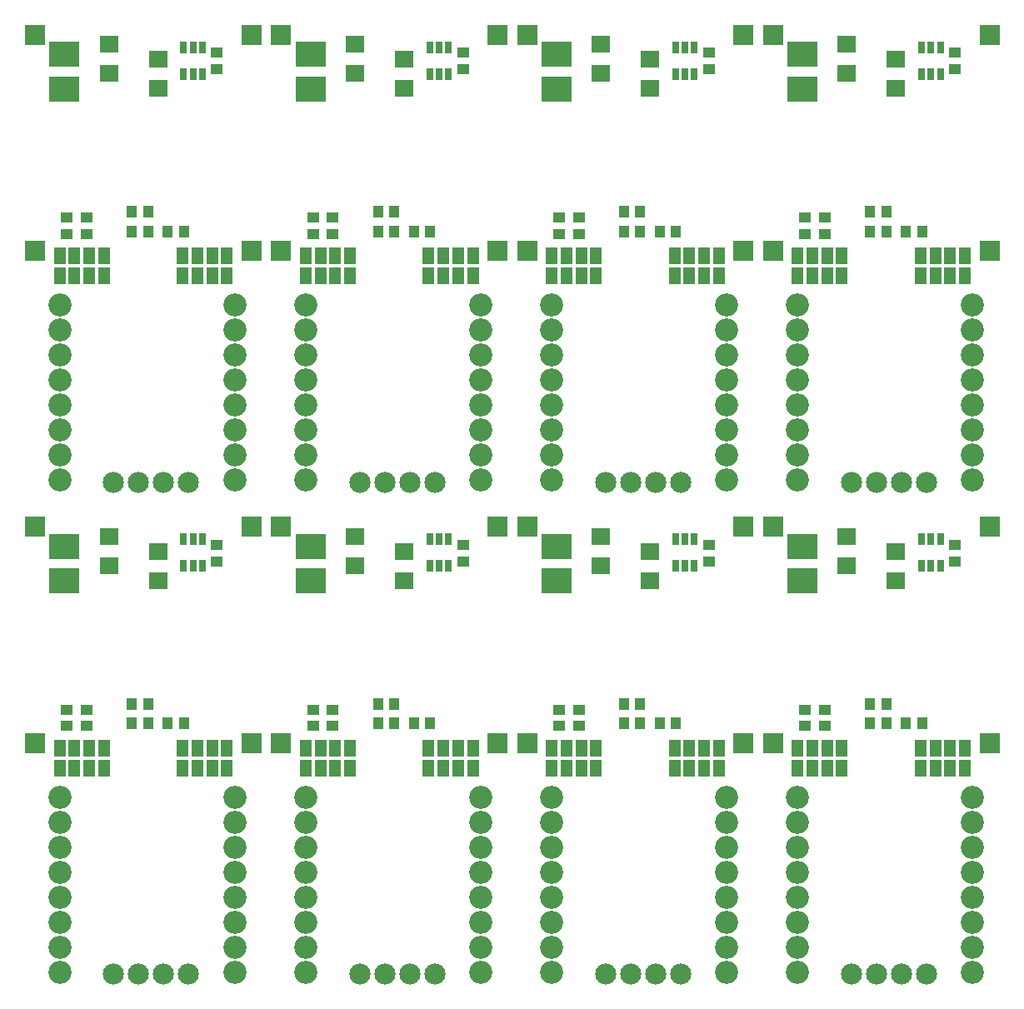
<source format=gbr>
G04 EasyPC Gerber Version 20.0.2 Build 4112 *
%FSLAX35Y35*%
%MOIN*%
%ADD99R,0.02962X0.04832*%
%ADD102R,0.04340X0.04931*%
%ADD92R,0.08474X0.08474*%
%ADD23C,0.08474*%
%ADD100R,0.04931X0.04340*%
%ADD93R,0.04537X0.06506*%
%ADD103R,0.07293X0.07096*%
%ADD94C,0.09261*%
%ADD101R,0.12411X0.10443*%
X0Y0D02*
D02*
D23*
X43513Y19423D03*
Y216274D03*
X53513Y19423D03*
Y216274D03*
X63513Y19423D03*
Y216274D03*
X73513Y19423D03*
Y216274D03*
X141938Y19423D03*
Y216274D03*
X151938Y19423D03*
Y216274D03*
X161938Y19423D03*
Y216274D03*
X171938Y19423D03*
Y216274D03*
X240363Y19423D03*
Y216274D03*
X250363Y19423D03*
Y216274D03*
X260363Y19423D03*
Y216274D03*
X270363Y19423D03*
Y216274D03*
X338788Y19423D03*
Y216274D03*
X348788Y19423D03*
Y216274D03*
X358788Y19423D03*
Y216274D03*
X368788Y19423D03*
Y216274D03*
D02*
D92*
X12017Y111904D03*
Y198518D03*
Y308754D03*
Y395368D03*
X98631Y111904D03*
Y198518D03*
Y308754D03*
Y395368D03*
X110442Y111904D03*
Y198518D03*
Y308754D03*
Y395368D03*
X197056Y111904D03*
Y198518D03*
Y308754D03*
Y395368D03*
X208867Y111904D03*
Y198518D03*
Y308754D03*
Y395368D03*
X295481Y111904D03*
Y198518D03*
Y308754D03*
Y395368D03*
X307292Y111904D03*
Y198518D03*
Y308754D03*
Y395368D03*
X393906Y111904D03*
Y198518D03*
Y308754D03*
Y395368D03*
D02*
D93*
X21859Y102061D03*
Y109935D03*
Y298911D03*
Y306785D03*
X27765Y102061D03*
Y109935D03*
Y298911D03*
Y306785D03*
X33670Y102061D03*
Y109935D03*
Y298911D03*
Y306785D03*
X39576Y102061D03*
Y109935D03*
Y298911D03*
Y306785D03*
X71072Y102061D03*
Y109935D03*
Y298911D03*
Y306785D03*
X76977Y102061D03*
Y109935D03*
Y298911D03*
Y306785D03*
X82883Y102061D03*
Y109935D03*
Y298911D03*
Y306785D03*
X88788Y102061D03*
Y109935D03*
Y298911D03*
Y306785D03*
X120284Y102061D03*
Y109935D03*
Y298911D03*
Y306785D03*
X126190Y102061D03*
Y109935D03*
Y298911D03*
Y306785D03*
X132095Y102061D03*
Y109935D03*
Y298911D03*
Y306785D03*
X138001Y102061D03*
Y109935D03*
Y298911D03*
Y306785D03*
X169497Y102061D03*
Y109935D03*
Y298911D03*
Y306785D03*
X175402Y102061D03*
Y109935D03*
Y298911D03*
Y306785D03*
X181308Y102061D03*
Y109935D03*
Y298911D03*
Y306785D03*
X187213Y102061D03*
Y109935D03*
Y298911D03*
Y306785D03*
X218709Y102061D03*
Y109935D03*
Y298911D03*
Y306785D03*
X224615Y102061D03*
Y109935D03*
Y298911D03*
Y306785D03*
X230520Y102061D03*
Y109935D03*
Y298911D03*
Y306785D03*
X236426Y102061D03*
Y109935D03*
Y298911D03*
Y306785D03*
X267922Y102061D03*
Y109935D03*
Y298911D03*
Y306785D03*
X273828Y102061D03*
Y109935D03*
Y298911D03*
Y306785D03*
X279733Y102061D03*
Y109935D03*
Y298911D03*
Y306785D03*
X285639Y102061D03*
Y109935D03*
Y298911D03*
Y306785D03*
X317135Y102061D03*
Y109935D03*
Y298911D03*
Y306785D03*
X323040Y102061D03*
Y109935D03*
Y298911D03*
Y306785D03*
X328946Y102061D03*
Y109935D03*
Y298911D03*
Y306785D03*
X334851Y102061D03*
Y109935D03*
Y298911D03*
Y306785D03*
X366347Y102061D03*
Y109935D03*
Y298911D03*
Y306785D03*
X372253Y102061D03*
Y109935D03*
Y298911D03*
Y306785D03*
X378158Y102061D03*
Y109935D03*
Y298911D03*
Y306785D03*
X384064Y102061D03*
Y109935D03*
Y298911D03*
Y306785D03*
D02*
D94*
X21859Y20250D03*
Y30250D03*
Y40250D03*
Y50250D03*
Y60250D03*
Y70250D03*
Y80250D03*
Y90250D03*
Y217100D03*
Y227100D03*
Y237100D03*
Y247100D03*
Y257100D03*
Y267100D03*
Y277100D03*
Y287100D03*
X91859Y20250D03*
Y30250D03*
Y40250D03*
Y50250D03*
Y60250D03*
Y70250D03*
Y80250D03*
Y90250D03*
Y217100D03*
Y227100D03*
Y237100D03*
Y247100D03*
Y257100D03*
Y267100D03*
Y277100D03*
Y287100D03*
X120284Y20250D03*
Y30250D03*
Y40250D03*
Y50250D03*
Y60250D03*
Y70250D03*
Y80250D03*
Y90250D03*
Y217100D03*
Y227100D03*
Y237100D03*
Y247100D03*
Y257100D03*
Y267100D03*
Y277100D03*
Y287100D03*
X190284Y20250D03*
Y30250D03*
Y40250D03*
Y50250D03*
Y60250D03*
Y70250D03*
Y80250D03*
Y90250D03*
Y217100D03*
Y227100D03*
Y237100D03*
Y247100D03*
Y257100D03*
Y267100D03*
Y277100D03*
Y287100D03*
X218709Y20250D03*
Y30250D03*
Y40250D03*
Y50250D03*
Y60250D03*
Y70250D03*
Y80250D03*
Y90250D03*
Y217100D03*
Y227100D03*
Y237100D03*
Y247100D03*
Y257100D03*
Y267100D03*
Y277100D03*
Y287100D03*
X288709Y20250D03*
Y30250D03*
Y40250D03*
Y50250D03*
Y60250D03*
Y70250D03*
Y80250D03*
Y90250D03*
Y217100D03*
Y227100D03*
Y237100D03*
Y247100D03*
Y257100D03*
Y267100D03*
Y277100D03*
Y287100D03*
X317135Y20250D03*
Y30250D03*
Y40250D03*
Y50250D03*
Y60250D03*
Y70250D03*
Y80250D03*
Y90250D03*
Y217100D03*
Y227100D03*
Y237100D03*
Y247100D03*
Y257100D03*
Y267100D03*
Y277100D03*
Y287100D03*
X387135Y20250D03*
Y30250D03*
Y40250D03*
Y50250D03*
Y60250D03*
Y70250D03*
Y80250D03*
Y90250D03*
Y217100D03*
Y227100D03*
Y237100D03*
Y247100D03*
Y257100D03*
Y267100D03*
Y277100D03*
Y287100D03*
D02*
D99*
X71465Y182770D03*
Y193498D03*
Y379620D03*
Y390348D03*
X75206Y182770D03*
Y193498D03*
Y379620D03*
Y390348D03*
X78946Y182770D03*
Y193498D03*
Y379620D03*
Y390348D03*
X169891Y182770D03*
Y193498D03*
Y379620D03*
Y390348D03*
X173631Y182770D03*
Y193498D03*
Y379620D03*
Y390348D03*
X177371Y182770D03*
Y193498D03*
Y379620D03*
Y390348D03*
X268316Y182770D03*
Y193498D03*
Y379620D03*
Y390348D03*
X272056Y182770D03*
Y193498D03*
Y379620D03*
Y390348D03*
X275796Y182770D03*
Y193498D03*
Y379620D03*
Y390348D03*
X366741Y182770D03*
Y193498D03*
Y379620D03*
Y390348D03*
X370481Y182770D03*
Y193498D03*
Y379620D03*
Y390348D03*
X374221Y182770D03*
Y193498D03*
Y379620D03*
Y390348D03*
D02*
D100*
X24812Y118793D03*
Y125289D03*
Y315644D03*
Y322140D03*
X32686Y118793D03*
Y125289D03*
Y315644D03*
Y322140D03*
X84851Y184738D03*
Y191234D03*
Y381589D03*
Y388085D03*
X123237Y118793D03*
Y125289D03*
Y315644D03*
Y322140D03*
X131111Y118793D03*
Y125289D03*
Y315644D03*
Y322140D03*
X183276Y184738D03*
Y191234D03*
Y381589D03*
Y388085D03*
X221662Y118793D03*
Y125289D03*
Y315644D03*
Y322140D03*
X229536Y118793D03*
Y125289D03*
Y315644D03*
Y322140D03*
X281702Y184738D03*
Y191234D03*
Y381589D03*
Y388085D03*
X320087Y118793D03*
Y125289D03*
Y315644D03*
Y322140D03*
X327961Y118793D03*
Y125289D03*
Y315644D03*
Y322140D03*
X380127Y184738D03*
Y191234D03*
Y381589D03*
Y388085D03*
D02*
D101*
X23828Y176864D03*
Y190644D03*
Y373715D03*
Y387494D03*
X122253Y176864D03*
Y190644D03*
Y373715D03*
Y387494D03*
X220678Y176864D03*
Y190644D03*
Y373715D03*
Y387494D03*
X319103Y176864D03*
Y190644D03*
Y373715D03*
Y387494D03*
D02*
D102*
X50796Y119778D03*
Y127652D03*
Y316628D03*
Y324502D03*
X57292Y119778D03*
Y127652D03*
Y316628D03*
Y324502D03*
X65166Y119778D03*
Y316628D03*
X71662Y119778D03*
Y316628D03*
X149221Y119778D03*
Y127652D03*
Y316628D03*
Y324502D03*
X155717Y119778D03*
Y127652D03*
Y316628D03*
Y324502D03*
X163591Y119778D03*
Y316628D03*
X170087Y119778D03*
Y316628D03*
X247646Y119778D03*
Y127652D03*
Y316628D03*
Y324502D03*
X254143Y119778D03*
Y127652D03*
Y316628D03*
Y324502D03*
X262017Y119778D03*
Y316628D03*
X268513Y119778D03*
Y316628D03*
X346072Y119778D03*
Y127652D03*
Y316628D03*
Y324502D03*
X352568Y119778D03*
Y127652D03*
Y316628D03*
Y324502D03*
X360442Y119778D03*
Y316628D03*
X366938Y119778D03*
Y316628D03*
D02*
D103*
X41544Y182967D03*
Y194581D03*
Y379817D03*
Y391431D03*
X61229Y177061D03*
Y188675D03*
Y373911D03*
Y385526D03*
X139969Y182967D03*
Y194581D03*
Y379817D03*
Y391431D03*
X159654Y177061D03*
Y188675D03*
Y373911D03*
Y385526D03*
X238394Y182967D03*
Y194581D03*
Y379817D03*
Y391431D03*
X258080Y177061D03*
Y188675D03*
Y373911D03*
Y385526D03*
X336820Y182967D03*
Y194581D03*
Y379817D03*
Y391431D03*
X356505Y177061D03*
Y188675D03*
Y373911D03*
Y385526D03*
X0Y0D02*
M02*

</source>
